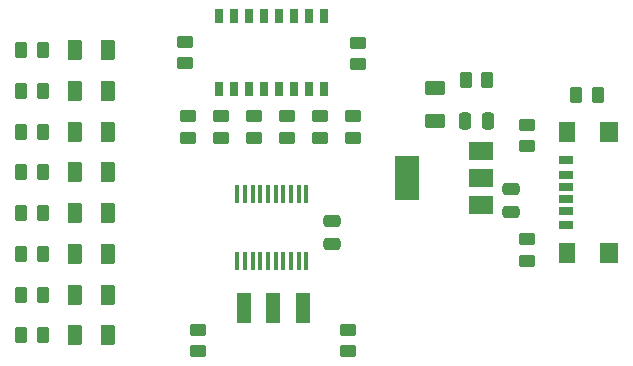
<source format=gbr>
%TF.GenerationSoftware,KiCad,Pcbnew,7.0.6*%
%TF.CreationDate,2024-07-23T19:19:19+03:00*%
%TF.ProjectId,bus_input_card,6275735f-696e-4707-9574-5f636172642e,rev?*%
%TF.SameCoordinates,Original*%
%TF.FileFunction,Paste,Top*%
%TF.FilePolarity,Positive*%
%FSLAX46Y46*%
G04 Gerber Fmt 4.6, Leading zero omitted, Abs format (unit mm)*
G04 Created by KiCad (PCBNEW 7.0.6) date 2024-07-23 19:19:19*
%MOMM*%
%LPD*%
G01*
G04 APERTURE LIST*
G04 Aperture macros list*
%AMRoundRect*
0 Rectangle with rounded corners*
0 $1 Rounding radius*
0 $2 $3 $4 $5 $6 $7 $8 $9 X,Y pos of 4 corners*
0 Add a 4 corners polygon primitive as box body*
4,1,4,$2,$3,$4,$5,$6,$7,$8,$9,$2,$3,0*
0 Add four circle primitives for the rounded corners*
1,1,$1+$1,$2,$3*
1,1,$1+$1,$4,$5*
1,1,$1+$1,$6,$7*
1,1,$1+$1,$8,$9*
0 Add four rect primitives between the rounded corners*
20,1,$1+$1,$2,$3,$4,$5,0*
20,1,$1+$1,$4,$5,$6,$7,0*
20,1,$1+$1,$6,$7,$8,$9,0*
20,1,$1+$1,$8,$9,$2,$3,0*%
G04 Aperture macros list end*
%ADD10RoundRect,0.250000X-0.375000X-0.625000X0.375000X-0.625000X0.375000X0.625000X-0.375000X0.625000X0*%
%ADD11RoundRect,0.250000X-0.450000X0.262500X-0.450000X-0.262500X0.450000X-0.262500X0.450000X0.262500X0*%
%ADD12RoundRect,0.250000X-0.262500X-0.450000X0.262500X-0.450000X0.262500X0.450000X-0.262500X0.450000X0*%
%ADD13RoundRect,0.250000X-0.475000X0.250000X-0.475000X-0.250000X0.475000X-0.250000X0.475000X0.250000X0*%
%ADD14RoundRect,0.250000X0.450000X-0.262500X0.450000X0.262500X-0.450000X0.262500X-0.450000X-0.262500X0*%
%ADD15RoundRect,0.250000X0.625000X-0.375000X0.625000X0.375000X-0.625000X0.375000X-0.625000X-0.375000X0*%
%ADD16RoundRect,0.250000X0.262500X0.450000X-0.262500X0.450000X-0.262500X-0.450000X0.262500X-0.450000X0*%
%ADD17R,1.250000X2.500000*%
%ADD18R,1.200000X0.700000*%
%ADD19R,1.200000X0.760000*%
%ADD20R,1.200000X0.800000*%
%ADD21R,1.350000X1.800000*%
%ADD22R,1.500000X1.800000*%
%ADD23RoundRect,0.051250X0.153750X-0.733750X0.153750X0.733750X-0.153750X0.733750X-0.153750X-0.733750X0*%
%ADD24R,2.000000X1.500000*%
%ADD25R,2.000000X3.800000*%
%ADD26R,0.760000X1.250000*%
%ADD27RoundRect,0.250000X-0.250000X-0.475000X0.250000X-0.475000X0.250000X0.475000X-0.250000X0.475000X0*%
G04 APERTURE END LIST*
D10*
%TO.C,D7*%
X132944451Y-90291017D03*
X135744451Y-90291017D03*
%TD*%
D11*
%TO.C,R21*%
X156438600Y-88980000D03*
X156438600Y-90805000D03*
%TD*%
D12*
%TO.C,R8*%
X128351951Y-93739588D03*
X130176951Y-93739588D03*
%TD*%
D10*
%TO.C,D2*%
X132944451Y-107543600D03*
X135744451Y-107543600D03*
%TD*%
D13*
%TO.C,C3*%
X154664451Y-97882367D03*
X154664451Y-99782367D03*
%TD*%
D12*
%TO.C,R5*%
X128351951Y-83393875D03*
X130176951Y-83393875D03*
%TD*%
%TO.C,R9*%
X128351951Y-97188159D03*
X130176951Y-97188159D03*
%TD*%
D11*
%TO.C,R4*%
X171174451Y-99412938D03*
X171174451Y-101237938D03*
%TD*%
D12*
%TO.C,R12*%
X128351951Y-107533875D03*
X130176951Y-107533875D03*
%TD*%
D14*
%TO.C,R15*%
X142218451Y-84514575D03*
X142218451Y-82689575D03*
%TD*%
D15*
%TO.C,D1*%
X163367305Y-89409608D03*
X163367305Y-86609608D03*
%TD*%
D16*
%TO.C,R2*%
X177166951Y-87208875D03*
X175341951Y-87208875D03*
%TD*%
D17*
%TO.C,SW1*%
X147189244Y-105259210D03*
X149689244Y-105259210D03*
X152189244Y-105259210D03*
%TD*%
D18*
%TO.C,J1*%
X174491951Y-95963875D03*
D19*
X174491951Y-93943875D03*
D20*
X174491951Y-92713875D03*
D18*
X174491951Y-94963875D03*
D19*
X174491951Y-96983875D03*
D20*
X174491951Y-98213875D03*
D21*
X174546951Y-100588875D03*
D22*
X178126951Y-100588875D03*
D21*
X174546951Y-90338875D03*
D22*
X178126951Y-90338875D03*
%TD*%
D10*
%TO.C,D4*%
X132944451Y-100634800D03*
X135744451Y-100634800D03*
%TD*%
D23*
%TO.C,U2*%
X146655600Y-101269600D03*
X147305600Y-101269600D03*
X147955600Y-101269600D03*
X148605600Y-101269600D03*
X149255600Y-101269600D03*
X149905600Y-101269600D03*
X150555600Y-101269600D03*
X151205600Y-101269600D03*
X151855600Y-101269600D03*
X152505600Y-101269600D03*
X152505600Y-95529600D03*
X151855600Y-95529600D03*
X151205600Y-95529600D03*
X150555600Y-95529600D03*
X149905600Y-95529600D03*
X149255600Y-95529600D03*
X148605600Y-95529600D03*
X147955600Y-95529600D03*
X147305600Y-95529600D03*
X146655600Y-95529600D03*
%TD*%
D24*
%TO.C,U1*%
X167314451Y-96493875D03*
X167314451Y-94193875D03*
D25*
X161014451Y-94193875D03*
D24*
X167314451Y-91893875D03*
%TD*%
D10*
%TO.C,D9*%
X132944451Y-83393875D03*
X135744451Y-83393875D03*
%TD*%
D11*
%TO.C,R16*%
X142468600Y-88980000D03*
X142468600Y-90805000D03*
%TD*%
%TO.C,R20*%
X153644600Y-88980000D03*
X153644600Y-90805000D03*
%TD*%
%TO.C,R19*%
X150850600Y-88980000D03*
X150850600Y-90805000D03*
%TD*%
D10*
%TO.C,D8*%
X132944451Y-86842446D03*
X135744451Y-86842446D03*
%TD*%
D11*
%TO.C,R17*%
X145262600Y-88980000D03*
X145262600Y-90805000D03*
%TD*%
D12*
%TO.C,R6*%
X128351951Y-86842446D03*
X130176951Y-86842446D03*
%TD*%
D26*
%TO.C,SW2*%
X145101351Y-86652650D03*
X146371351Y-86652650D03*
X147641351Y-86652650D03*
X148911351Y-86652650D03*
X150181351Y-86652650D03*
X151451351Y-86652650D03*
X152721351Y-86652650D03*
X153991351Y-86652650D03*
X153991351Y-80502650D03*
X152721351Y-80502650D03*
X151451351Y-80502650D03*
X150181351Y-80502650D03*
X148911351Y-80502650D03*
X147641351Y-80502650D03*
X146371351Y-80502650D03*
X145101351Y-80502650D03*
%TD*%
D11*
%TO.C,R13*%
X143339244Y-107053157D03*
X143339244Y-108878157D03*
%TD*%
D10*
%TO.C,D3*%
X132944451Y-104089200D03*
X135744451Y-104089200D03*
%TD*%
%TO.C,D5*%
X132944451Y-97188159D03*
X135744451Y-97188159D03*
%TD*%
D12*
%TO.C,R10*%
X128351951Y-100636730D03*
X130176951Y-100636730D03*
%TD*%
D11*
%TO.C,R18*%
X148056600Y-88980000D03*
X148056600Y-90805000D03*
%TD*%
D14*
%TO.C,R22*%
X156874251Y-84565375D03*
X156874251Y-82740375D03*
%TD*%
D10*
%TO.C,D6*%
X132944451Y-93739588D03*
X135744451Y-93739588D03*
%TD*%
D14*
%TO.C,R3*%
X171174451Y-91524480D03*
X171174451Y-89699480D03*
%TD*%
%TO.C,R14*%
X156039244Y-108878157D03*
X156039244Y-107053157D03*
%TD*%
D12*
%TO.C,R7*%
X128351951Y-90291017D03*
X130176951Y-90291017D03*
%TD*%
D16*
%TO.C,R1*%
X167804951Y-85938875D03*
X165979951Y-85938875D03*
%TD*%
D13*
%TO.C,C2*%
X169854451Y-95148875D03*
X169854451Y-97048875D03*
%TD*%
D27*
%TO.C,C1*%
X165942451Y-89392474D03*
X167842451Y-89392474D03*
%TD*%
D12*
%TO.C,R11*%
X128351951Y-104085301D03*
X130176951Y-104085301D03*
%TD*%
M02*

</source>
